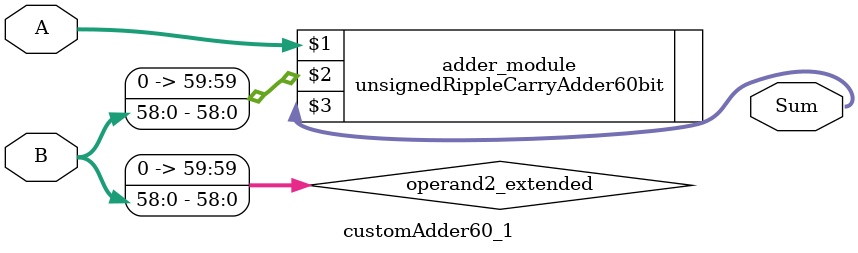
<source format=v>
module customAdder60_1(
                        input [59 : 0] A,
                        input [58 : 0] B,
                        
                        output [60 : 0] Sum
                );

        wire [59 : 0] operand2_extended;
        
        assign operand2_extended =  {1'b0, B};
        
        unsignedRippleCarryAdder60bit adder_module(
            A,
            operand2_extended,
            Sum
        );
        
        endmodule
        
</source>
